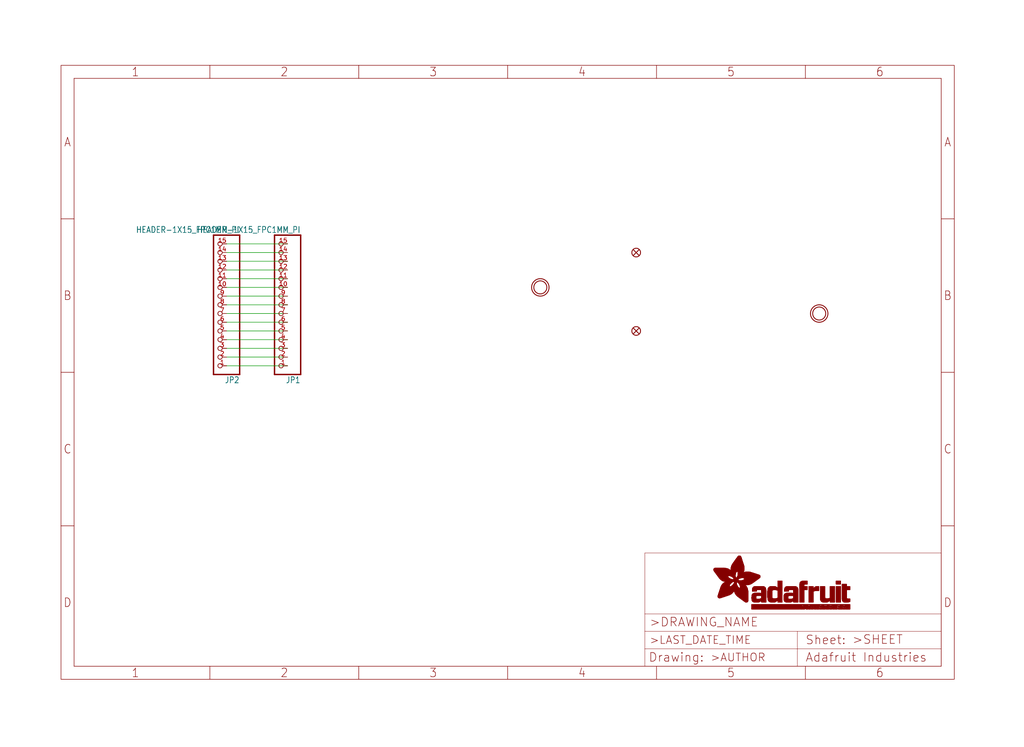
<source format=kicad_sch>
(kicad_sch (version 20211123) (generator eeschema)
  (paper "User" 298.45 217.881)
  (lib_symbols
    (symbol "schematicEagle-eagle-import:FIDUCIAL_1MM")
    (symbol "schematicEagle-eagle-import:FRAME_A4_ADAFRUIT"
      (symbol "FRAME_A4_ADAFRUIT_0_0"
        (text "1" (at 21.6958 1.905 0) (effects (font (size 2.54 2.286))))
        (text "1" (at 21.6958 177.165 0) (effects (font (size 2.54 2.286))))
        (text "2" (at 65.0875 1.905 0) (effects (font (size 2.54 2.286))))
        (text "2" (at 65.0875 177.165 0) (effects (font (size 2.54 2.286))))
        (text "3" (at 108.4792 1.905 0) (effects (font (size 2.54 2.286))))
        (text "3" (at 108.4792 177.165 0) (effects (font (size 2.54 2.286))))
        (text "4" (at 151.8708 1.905 0) (effects (font (size 2.54 2.286))))
        (text "4" (at 151.8708 177.165 0) (effects (font (size 2.54 2.286))))
        (text "5" (at 195.2625 1.905 0) (effects (font (size 2.54 2.286))))
        (text "5" (at 195.2625 177.165 0) (effects (font (size 2.54 2.286))))
        (text "6" (at 238.6542 1.905 0) (effects (font (size 2.54 2.286))))
        (text "6" (at 238.6542 177.165 0) (effects (font (size 2.54 2.286))))
        (text "A" (at 1.905 156.6863 0) (effects (font (size 2.54 2.286))))
        (text "A" (at 258.445 156.6863 0) (effects (font (size 2.54 2.286))))
        (text "B" (at 1.905 111.9188 0) (effects (font (size 2.54 2.286))))
        (text "B" (at 258.445 111.9188 0) (effects (font (size 2.54 2.286))))
        (text "C" (at 1.905 67.1513 0) (effects (font (size 2.54 2.286))))
        (text "C" (at 258.445 67.1513 0) (effects (font (size 2.54 2.286))))
        (text "D" (at 1.905 22.3838 0) (effects (font (size 2.54 2.286))))
        (text "D" (at 258.445 22.3838 0) (effects (font (size 2.54 2.286))))
      )
      (symbol "FRAME_A4_ADAFRUIT_1_0"
        (text ">AUTHOR" (at 189.23 5.08 0) (effects (font (size 2.286 2.286)) (justify left bottom)))
        (text ">DRAWING_NAME" (at 171.45 15.24 0) (effects (font (size 2.54 2.54)) (justify left bottom)))
        (text ">LAST_DATE_TIME" (at 171.45 10.16 0) (effects (font (size 2.286 2.286)) (justify left bottom)))
        (text ">SHEET" (at 230.505 10.16 0) (effects (font (size 2.54 2.54)) (justify left bottom)))
        (text "Adafruit Industries" (at 216.916 4.953 0) (effects (font (size 2.54 2.54)) (justify left bottom)))
        (text "Drawing:" (at 171.196 4.953 0) (effects (font (size 2.54 2.54)) (justify left bottom)))
        (text "Sheet:" (at 216.916 10.033 0) (effects (font (size 2.54 2.54)) (justify left bottom)))
      )
    )
    (symbol "schematicEagle-eagle-import:HEADER-1X15_FPC1MM_PI"
      (property "Reference" "JP" (at -6.35 20.955 0))
      (property "Value" "HEADER-1X15_FPC1MM_PI" (at -6.35 -22.86 0))
      (symbol "HEADER-1X15_FPC1MM_PI_1_0"
        (pin passive inverted (at -2.54 17.78 0) (length 2.54) (name "1") (number "1"))
        (pin passive inverted (at -2.54 -5.08 0) (length 2.54) (name "10") (number "10"))
        (pin passive inverted (at -2.54 -7.62 0) (length 2.54) (name "11") (number "11"))
        (pin passive inverted (at -2.54 -10.16 0) (length 2.54) (name "12") (number "12"))
        (pin passive inverted (at -2.54 -12.7 0) (length 2.54) (name "13") (number "13"))
        (pin passive inverted (at -2.54 -15.24 0) (length 2.54) (name "14") (number "14"))
        (pin passive inverted (at -2.54 -17.78 0) (length 2.54) (name "15") (number "15"))
        (pin passive inverted (at -2.54 15.24 0) (length 2.54) (name "2") (number "2"))
        (pin passive inverted (at -2.54 12.7 0) (length 2.54) (name "3") (number "3"))
        (pin passive inverted (at -2.54 10.16 0) (length 2.54) (name "4") (number "4"))
        (pin passive inverted (at -2.54 7.62 0) (length 2.54) (name "5") (number "5"))
        (pin passive inverted (at -2.54 5.08 0) (length 2.54) (name "6") (number "6"))
        (pin passive inverted (at -2.54 2.54 0) (length 2.54) (name "7") (number "7"))
        (pin passive inverted (at -2.54 0 0) (length 2.54) (name "8") (number "8"))
        (pin passive inverted (at -2.54 -2.54 0) (length 2.54) (name "9") (number "9"))
      )
    )
    (symbol "schematicEagle-eagle-import:MOUNTINGHOLE2.5")
  )
  (wire (pts (xy 66.04 71.12) (xy 83.82 71.12)))
  (wire (pts (xy 66.04 73.66) (xy 83.82 73.66)))
  (wire (pts (xy 66.04 93.98) (xy 83.82 93.98)))
  (wire (pts (xy 66.04 88.9) (xy 83.82 88.9)))
  (wire (pts (xy 66.04 83.82) (xy 83.82 83.82)))
  (wire (pts (xy 66.04 76.2) (xy 83.82 76.2)))
  (wire (pts (xy 66.04 104.14) (xy 83.82 104.14)))
  (wire (pts (xy 66.04 96.52) (xy 83.82 96.52)))
  (wire (pts (xy 66.04 86.36) (xy 83.82 86.36)))
  (wire (pts (xy 66.04 78.74) (xy 83.82 78.74)))
  (wire (pts (xy 66.04 99.06) (xy 83.82 99.06)))
  (wire (pts (xy 66.04 91.44) (xy 83.82 91.44)))
  (wire (pts (xy 66.04 106.68) (xy 83.82 106.68)))
  (wire (pts (xy 66.04 101.6) (xy 83.82 101.6)))
  (wire (pts (xy 66.04 81.28) (xy 83.82 81.28)))
  (symbol (lib_id "schematicEagle-eagle-import:FIDUCIAL_1MM") (at 185.42 73.66 0) (unit 1)
    (property "Reference" "FID1" (effects hide))
    (property "Value" "FIDUCIAL_1MM" (effects hide))
    (property "Footprint" "schematicEagle:FIDUCIAL_1MM" (effects hide))
  )
  (symbol (lib_id "schematicEagle-eagle-import:HEADER-1X15_FPC1MM_PI") (at 63.5 88.9 180) (unit 1)
    (property "Reference" "JP2" (at 69.85 109.855 0) (effects (font (size 1.778 1.5113)) (justify left bottom)))
    (property "Value" "HEADER-1X15_FPC1MM_PI" (at 69.85 66.04 0) (effects (font (size 1.778 1.5113)) (justify left bottom)))
    (property "Footprint" "schematicEagle:FPC_15PIN_1.0MM" (effects hide))
  )
  (symbol (lib_id "schematicEagle-eagle-import:MOUNTINGHOLE2.5") (at 157.48 83.82 0) (unit 1)
    (property "Reference" "U$3" (effects hide))
    (property "Value" "MOUNTINGHOLE2.5" (effects hide))
    (property "Footprint" "schematicEagle:MOUNTINGHOLE_2.5_PLATED" (effects hide))
  )
  (symbol (lib_id "schematicEagle-eagle-import:HEADER-1X15_FPC1MM_PI") (at 81.28 88.9 180) (unit 1)
    (property "Reference" "JP1" (at 87.63 109.855 0) (effects (font (size 1.778 1.5113)) (justify left bottom)))
    (property "Value" "HEADER-1X15_FPC1MM_PI" (at 87.63 66.04 0) (effects (font (size 1.778 1.5113)) (justify left bottom)))
    (property "Footprint" "schematicEagle:FPC_15PIN_1.0MM" (effects hide))
  )
  (symbol (lib_id "schematicEagle-eagle-import:FIDUCIAL_1MM") (at 185.42 96.52 0) (unit 1)
    (property "Reference" "FID2" (effects hide))
    (property "Value" "FIDUCIAL_1MM" (effects hide))
    (property "Footprint" "schematicEagle:FIDUCIAL_1MM" (effects hide))
  )
  (symbol (lib_id "schematicEagle-eagle-import:FRAME_A4_ADAFRUIT") (at 17.78 198.12 0) (unit 1)
    (property "Reference" "#U$1" (effects hide))
    (property "Value" "FRAME_A4_ADAFRUIT" (effects hide))
    (property "Footprint" "schematicEagle:" (effects hide))
  )
  (symbol (lib_id "schematicEagle-eagle-import:MOUNTINGHOLE2.5") (at 238.76 91.44 0) (unit 1)
    (property "Reference" "U$2" (effects hide))
    (property "Value" "MOUNTINGHOLE2.5" (effects hide))
    (property "Footprint" "schematicEagle:MOUNTINGHOLE_2.5_PLATED" (effects hide))
  )
)
</source>
